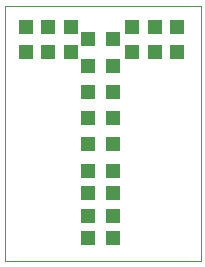
<source format=gtp>
G75*
%MOIN*%
%OFA0B0*%
%FSLAX24Y24*%
%IPPOS*%
%LPD*%
%AMOC8*
5,1,8,0,0,1.08239X$1,22.5*
%
%ADD10C,0.0000*%
%ADD11R,0.0472X0.0472*%
D10*
X002517Y002517D02*
X002517Y010992D01*
X009043Y010992D01*
X009043Y002517D01*
X002517Y002517D01*
D11*
X005291Y003267D03*
X005291Y004017D03*
X005291Y004767D03*
X005291Y005517D03*
X006118Y005517D03*
X006118Y004767D03*
X006118Y004017D03*
X006118Y003267D03*
X006118Y006392D03*
X005291Y006392D03*
X005291Y007267D03*
X006118Y007267D03*
X006118Y008142D03*
X005291Y008142D03*
X005291Y009017D03*
X004704Y009478D03*
X005291Y009892D03*
X004704Y010305D03*
X003954Y010305D03*
X003204Y010305D03*
X003204Y009478D03*
X003954Y009478D03*
X006118Y009892D03*
X006767Y010305D03*
X007517Y010305D03*
X008267Y010305D03*
X008267Y009478D03*
X007517Y009478D03*
X006767Y009478D03*
X006118Y009017D03*
M02*

</source>
